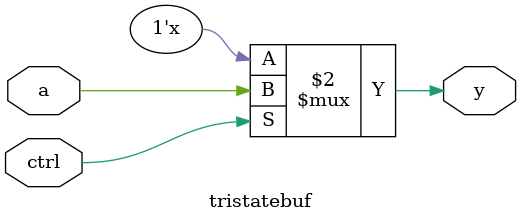
<source format=v>
module tristatebuf(input a,ctrl,
                   output y
                  );
assign y=(ctrl==1)?a:1'bz;
endmodule

</source>
